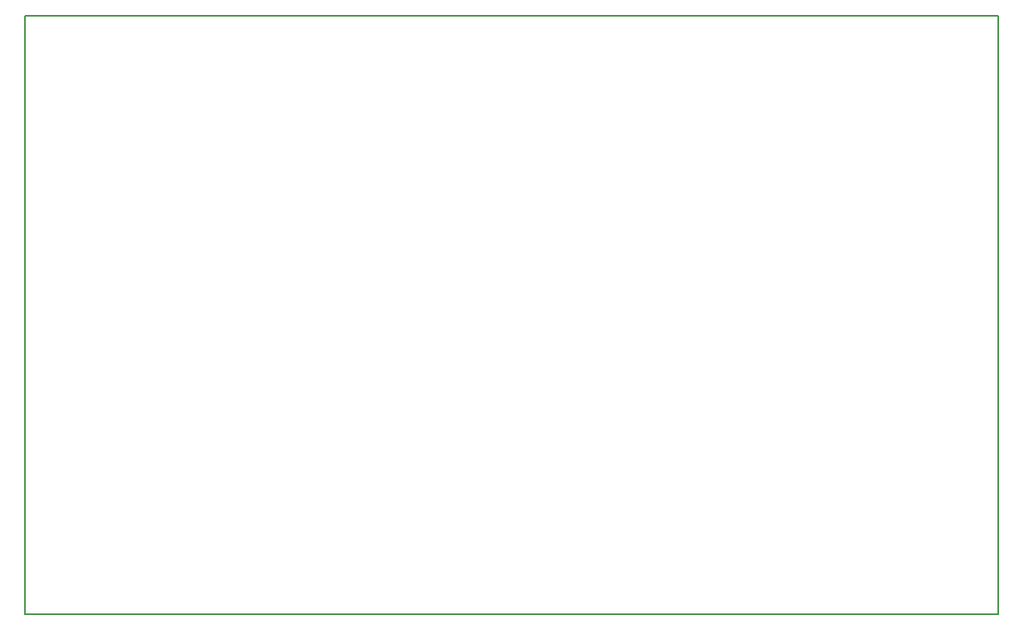
<source format=gbr>
G04 #@! TF.FileFunction,Other,ECO1*
%FSLAX46Y46*%
G04 Gerber Fmt 4.6, Leading zero omitted, Abs format (unit mm)*
G04 Created by KiCad (PCBNEW 4.0.6) date Fri Mar 17 12:33:41 2017*
%MOMM*%
%LPD*%
G01*
G04 APERTURE LIST*
%ADD10C,0.100000*%
%ADD11C,0.200000*%
G04 APERTURE END LIST*
D10*
D11*
X115570000Y-17780000D02*
X114300000Y-17780000D01*
X115570000Y-78740000D02*
X115570000Y-17780000D01*
X16510000Y-78740000D02*
X115570000Y-78740000D01*
X16510000Y-17780000D02*
X16510000Y-78740000D01*
X114300000Y-17780000D02*
X16510000Y-17780000D01*
M02*

</source>
